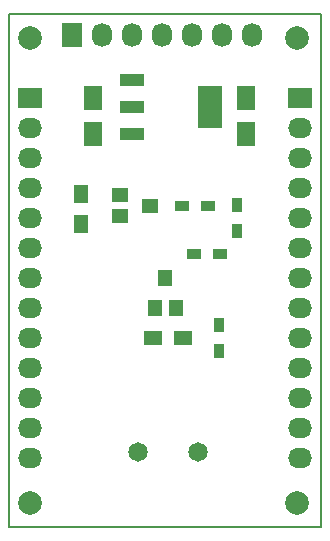
<source format=gbr>
G04 #@! TF.FileFunction,Soldermask,Bot*
%FSLAX46Y46*%
G04 Gerber Fmt 4.6, Leading zero omitted, Abs format (unit mm)*
G04 Created by KiCad (PCBNEW (2015-01-16 BZR 5376)-product) date 7/15/2015 11:03:26 AM*
%MOMM*%
G01*
G04 APERTURE LIST*
%ADD10C,0.100000*%
%ADD11C,0.200000*%
%ADD12C,2.000000*%
%ADD13R,1.250000X1.500000*%
%ADD14R,1.500000X1.250000*%
%ADD15R,1.501140X2.148840*%
%ADD16R,2.032000X1.727200*%
%ADD17O,2.032000X1.727200*%
%ADD18R,1.422400X1.168400*%
%ADD19R,1.168400X1.422400*%
%ADD20R,1.200000X0.900000*%
%ADD21R,0.900000X1.200000*%
%ADD22C,1.651000*%
%ADD23R,2.032000X3.657600*%
%ADD24R,2.032000X1.016000*%
%ADD25R,1.727200X2.032000*%
%ADD26O,1.727200X2.032000*%
G04 APERTURE END LIST*
D10*
D11*
X138938000Y-84582000D02*
X138938000Y-81280000D01*
X112522000Y-84582000D02*
X138938000Y-84582000D01*
X112522000Y-81280000D02*
X112522000Y-84582000D01*
X138938000Y-41148000D02*
X112522000Y-41148000D01*
X138938000Y-81280000D02*
X138938000Y-41148000D01*
X112522000Y-41148000D02*
X112522000Y-81280000D01*
D12*
X136906000Y-43180000D03*
X114300000Y-43180000D03*
X114300000Y-82550000D03*
X136906000Y-82550000D03*
D13*
X118618000Y-58908000D03*
X118618000Y-56408000D03*
D14*
X127234000Y-68580000D03*
X124734000Y-68580000D03*
D15*
X132588000Y-51285140D03*
X132588000Y-48282860D03*
X119634000Y-51285140D03*
X119634000Y-48282860D03*
D16*
X137160000Y-48260000D03*
D17*
X137160000Y-50800000D03*
X137160000Y-53340000D03*
X137160000Y-55880000D03*
X137160000Y-58420000D03*
X137160000Y-60960000D03*
X137160000Y-63500000D03*
X137160000Y-66040000D03*
X137160000Y-68580000D03*
X137160000Y-71120000D03*
X137160000Y-73660000D03*
X137160000Y-76200000D03*
X137160000Y-78740000D03*
D16*
X114300000Y-48260000D03*
D17*
X114300000Y-50800000D03*
X114300000Y-53340000D03*
X114300000Y-55880000D03*
X114300000Y-58420000D03*
X114300000Y-60960000D03*
X114300000Y-63500000D03*
X114300000Y-66040000D03*
X114300000Y-68580000D03*
X114300000Y-71120000D03*
X114300000Y-73660000D03*
X114300000Y-76200000D03*
X114300000Y-78740000D03*
D18*
X121920000Y-56515000D03*
X121920000Y-58293000D03*
X124460000Y-57404000D03*
D19*
X124841000Y-66040000D03*
X126619000Y-66040000D03*
X125730000Y-63500000D03*
D20*
X129370000Y-57404000D03*
X127170000Y-57404000D03*
X130386000Y-61468000D03*
X128186000Y-61468000D03*
D21*
X130302000Y-69680000D03*
X130302000Y-67480000D03*
X131826000Y-57320000D03*
X131826000Y-59520000D03*
D22*
X128524000Y-78232000D03*
X123444000Y-78232000D03*
D23*
X129540000Y-49022000D03*
D24*
X122936000Y-49022000D03*
X122936000Y-46736000D03*
X122936000Y-51308000D03*
D25*
X117856000Y-42926000D03*
D26*
X120396000Y-42926000D03*
X122936000Y-42926000D03*
X125476000Y-42926000D03*
X128016000Y-42926000D03*
X130556000Y-42926000D03*
X133096000Y-42926000D03*
M02*

</source>
